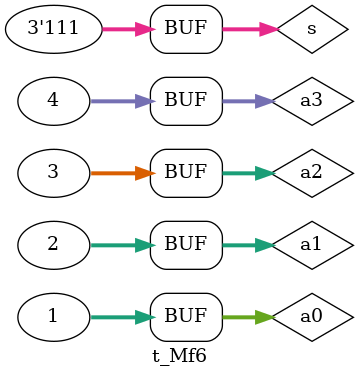
<source format=v>
`timescale 1ns / 1ps


module t_Mf6;

	// Inputs
	reg [31:0] a0;
	reg [31:0] a1;
	reg [31:0] a2;
	reg [31:0] a3;
	reg [2:0] s;

	// Outputs
	wire [31:0] y;

	// Instantiate the Unit Under Test (UUT)
	Muxfa6 uut (
		.a0(a0), 
		.a1(a1), 
		.a2(a2), 
		.a3(a3), 
		.s(s), 
		.y(y)
	);

	initial begin
		// Initialize Inputs
		a0 = 0;
		a1 = 0;
		a2 = 0;
		a3 = 0;
		s = 5;

		// Wait 100 ns for global reset to finish
		#100;
		
		a0=1;
		a1=2;
		a2=3;
		a3=4;
		s=4;
        
		#100;
		
		a0=1;
		a1=2;
		a2=3;
		a3=4;
		s=1;
		
		#100;
		
		a0=1;
		a1=2;
		a2=3;
		a3=4;
		s=2;
		
		#100;
		
		a0=1;
		a1=2;
		a2=3;
		a3=4;
		s=0;
		
		#100;
		
		a0=1;
		a1=2;
		a2=3;
		a3=4;
		s=7;
		// Add stimulus here

	end
      
endmodule


</source>
